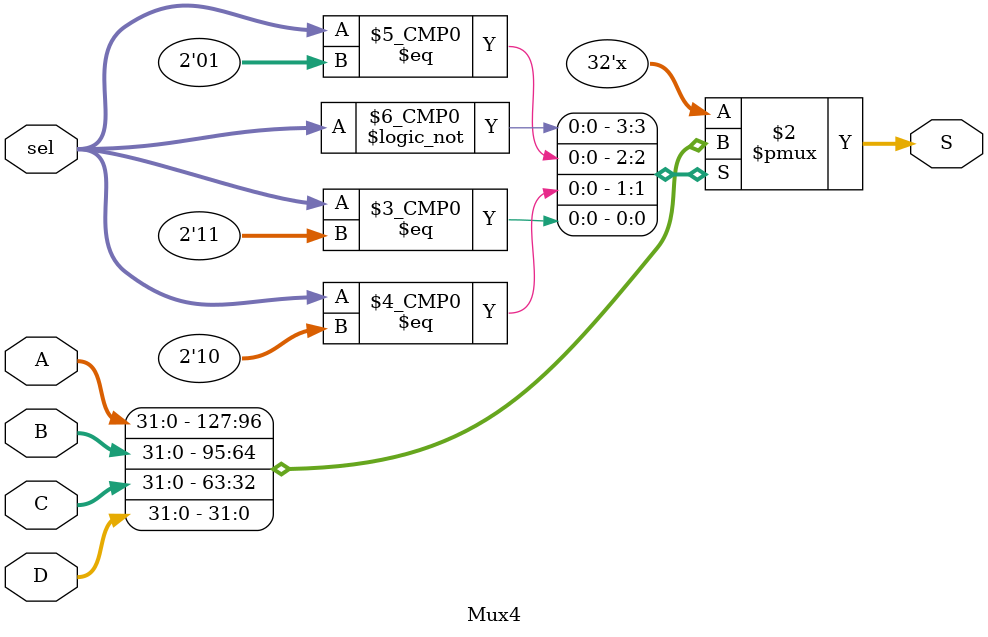
<source format=sv>
module Mux4(input logic [31:0] A, input logic [31:0] B, input logic [31:0] C, input logic [31:0] D, output logic [31:0] S, input logic [1:0] sel) ;

always
	case(sel)
		2'b00: S = A;
		2'b01: S = B;
		2'b10: S = C;
		2'b11: S = D;
	endcase

endmodule: Mux4
</source>
